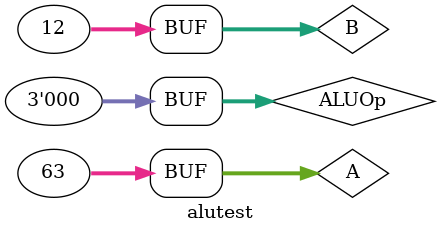
<source format=v>
`timescale 1ns / 1ps


module alutest;

	// Inputs
	reg [31:0] A;
	reg [31:0] B;
	reg [2:0] ALUOp;

	// Outputs
	wire [31:0] C;

	// Instantiate the Unit Under Test (UUT)
	alu uut (
		.A(A), 
		.B(B), 
		.ALUOp(ALUOp), 
		.C(C)
	);

	initial begin
		// Initialize Inputs
		A = 0;
		B = 0;
		ALUOp = 0;

		// Wait 100 ns for global reset to finish
		#100;

      A=63;
		B=12;
		ALUOp=3'b000;
		// Add stimulus here

	end
	endmodule


</source>
